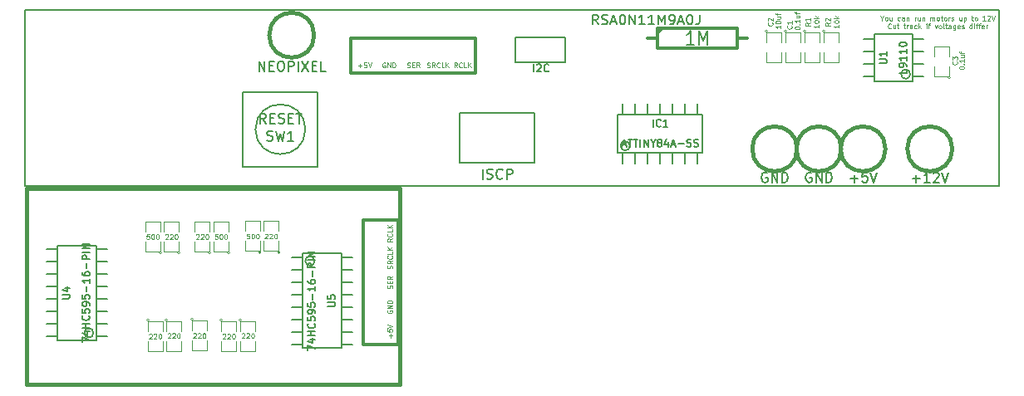
<source format=gto>
G04 (created by PCBNEW (2013-07-07 BZR 4022)-stable) date 26/01/2014 9:48:07 PM*
%MOIN*%
G04 Gerber Fmt 3.4, Leading zero omitted, Abs format*
%FSLAX34Y34*%
G01*
G70*
G90*
G04 APERTURE LIST*
%ADD10C,0.00590551*%
%ADD11C,0.00492126*%
%ADD12C,0.005*%
%ADD13C,0.0039*%
%ADD14C,0.012*%
%ADD15C,0.015*%
%ADD16C,0.006*%
%ADD17C,0.008*%
%ADD18C,0.0059*%
%ADD19C,0.0043*%
%ADD20C,0.00393701*%
G04 APERTURE END LIST*
G54D10*
G54D11*
X39127Y-5104D02*
X39127Y-5197D01*
X39061Y-5000D02*
X39127Y-5104D01*
X39192Y-5000D01*
X39286Y-5197D02*
X39267Y-5188D01*
X39258Y-5179D01*
X39249Y-5160D01*
X39249Y-5104D01*
X39258Y-5085D01*
X39267Y-5075D01*
X39286Y-5066D01*
X39314Y-5066D01*
X39333Y-5075D01*
X39342Y-5085D01*
X39352Y-5104D01*
X39352Y-5160D01*
X39342Y-5179D01*
X39333Y-5188D01*
X39314Y-5197D01*
X39286Y-5197D01*
X39520Y-5066D02*
X39520Y-5197D01*
X39436Y-5066D02*
X39436Y-5169D01*
X39446Y-5188D01*
X39464Y-5197D01*
X39492Y-5197D01*
X39511Y-5188D01*
X39520Y-5179D01*
X39849Y-5188D02*
X39830Y-5197D01*
X39792Y-5197D01*
X39774Y-5188D01*
X39764Y-5179D01*
X39755Y-5160D01*
X39755Y-5104D01*
X39764Y-5085D01*
X39774Y-5075D01*
X39792Y-5066D01*
X39830Y-5066D01*
X39849Y-5075D01*
X40017Y-5197D02*
X40017Y-5094D01*
X40008Y-5075D01*
X39989Y-5066D01*
X39952Y-5066D01*
X39933Y-5075D01*
X40017Y-5188D02*
X39999Y-5197D01*
X39952Y-5197D01*
X39933Y-5188D01*
X39924Y-5169D01*
X39924Y-5150D01*
X39933Y-5132D01*
X39952Y-5122D01*
X39999Y-5122D01*
X40017Y-5113D01*
X40111Y-5066D02*
X40111Y-5197D01*
X40111Y-5085D02*
X40120Y-5075D01*
X40139Y-5066D01*
X40167Y-5066D01*
X40186Y-5075D01*
X40195Y-5094D01*
X40195Y-5197D01*
X40439Y-5197D02*
X40439Y-5066D01*
X40439Y-5104D02*
X40449Y-5085D01*
X40458Y-5075D01*
X40477Y-5066D01*
X40495Y-5066D01*
X40645Y-5066D02*
X40645Y-5197D01*
X40561Y-5066D02*
X40561Y-5169D01*
X40570Y-5188D01*
X40589Y-5197D01*
X40617Y-5197D01*
X40636Y-5188D01*
X40645Y-5179D01*
X40739Y-5066D02*
X40739Y-5197D01*
X40739Y-5085D02*
X40748Y-5075D01*
X40767Y-5066D01*
X40795Y-5066D01*
X40814Y-5075D01*
X40823Y-5094D01*
X40823Y-5197D01*
X41067Y-5197D02*
X41067Y-5066D01*
X41067Y-5085D02*
X41077Y-5075D01*
X41095Y-5066D01*
X41123Y-5066D01*
X41142Y-5075D01*
X41152Y-5094D01*
X41152Y-5197D01*
X41152Y-5094D02*
X41161Y-5075D01*
X41180Y-5066D01*
X41208Y-5066D01*
X41227Y-5075D01*
X41236Y-5094D01*
X41236Y-5197D01*
X41358Y-5197D02*
X41339Y-5188D01*
X41330Y-5179D01*
X41320Y-5160D01*
X41320Y-5104D01*
X41330Y-5085D01*
X41339Y-5075D01*
X41358Y-5066D01*
X41386Y-5066D01*
X41405Y-5075D01*
X41414Y-5085D01*
X41423Y-5104D01*
X41423Y-5160D01*
X41414Y-5179D01*
X41405Y-5188D01*
X41386Y-5197D01*
X41358Y-5197D01*
X41480Y-5066D02*
X41555Y-5066D01*
X41508Y-5000D02*
X41508Y-5169D01*
X41517Y-5188D01*
X41536Y-5197D01*
X41555Y-5197D01*
X41648Y-5197D02*
X41630Y-5188D01*
X41620Y-5179D01*
X41611Y-5160D01*
X41611Y-5104D01*
X41620Y-5085D01*
X41630Y-5075D01*
X41648Y-5066D01*
X41676Y-5066D01*
X41695Y-5075D01*
X41705Y-5085D01*
X41714Y-5104D01*
X41714Y-5160D01*
X41705Y-5179D01*
X41695Y-5188D01*
X41676Y-5197D01*
X41648Y-5197D01*
X41798Y-5197D02*
X41798Y-5066D01*
X41798Y-5104D02*
X41808Y-5085D01*
X41817Y-5075D01*
X41836Y-5066D01*
X41855Y-5066D01*
X41911Y-5188D02*
X41930Y-5197D01*
X41967Y-5197D01*
X41986Y-5188D01*
X41995Y-5169D01*
X41995Y-5160D01*
X41986Y-5141D01*
X41967Y-5132D01*
X41939Y-5132D01*
X41920Y-5122D01*
X41911Y-5104D01*
X41911Y-5094D01*
X41920Y-5075D01*
X41939Y-5066D01*
X41967Y-5066D01*
X41986Y-5075D01*
X42314Y-5066D02*
X42314Y-5197D01*
X42230Y-5066D02*
X42230Y-5169D01*
X42239Y-5188D01*
X42258Y-5197D01*
X42286Y-5197D01*
X42305Y-5188D01*
X42314Y-5179D01*
X42408Y-5066D02*
X42408Y-5263D01*
X42408Y-5075D02*
X42426Y-5066D01*
X42464Y-5066D01*
X42483Y-5075D01*
X42492Y-5085D01*
X42501Y-5104D01*
X42501Y-5160D01*
X42492Y-5179D01*
X42483Y-5188D01*
X42464Y-5197D01*
X42426Y-5197D01*
X42408Y-5188D01*
X42708Y-5066D02*
X42783Y-5066D01*
X42736Y-5000D02*
X42736Y-5169D01*
X42745Y-5188D01*
X42764Y-5197D01*
X42783Y-5197D01*
X42876Y-5197D02*
X42858Y-5188D01*
X42848Y-5179D01*
X42839Y-5160D01*
X42839Y-5104D01*
X42848Y-5085D01*
X42858Y-5075D01*
X42876Y-5066D01*
X42904Y-5066D01*
X42923Y-5075D01*
X42933Y-5085D01*
X42942Y-5104D01*
X42942Y-5160D01*
X42933Y-5179D01*
X42923Y-5188D01*
X42904Y-5197D01*
X42876Y-5197D01*
X43279Y-5197D02*
X43167Y-5197D01*
X43223Y-5197D02*
X43223Y-5000D01*
X43204Y-5029D01*
X43186Y-5047D01*
X43167Y-5057D01*
X43354Y-5019D02*
X43364Y-5010D01*
X43383Y-5000D01*
X43429Y-5000D01*
X43448Y-5010D01*
X43458Y-5019D01*
X43467Y-5038D01*
X43467Y-5057D01*
X43458Y-5085D01*
X43345Y-5197D01*
X43467Y-5197D01*
X43523Y-5000D02*
X43589Y-5197D01*
X43654Y-5000D01*
X39492Y-5503D02*
X39483Y-5513D01*
X39455Y-5522D01*
X39436Y-5522D01*
X39408Y-5513D01*
X39389Y-5494D01*
X39380Y-5475D01*
X39371Y-5438D01*
X39371Y-5410D01*
X39380Y-5372D01*
X39389Y-5353D01*
X39408Y-5335D01*
X39436Y-5325D01*
X39455Y-5325D01*
X39483Y-5335D01*
X39492Y-5344D01*
X39661Y-5391D02*
X39661Y-5522D01*
X39577Y-5391D02*
X39577Y-5494D01*
X39586Y-5513D01*
X39605Y-5522D01*
X39633Y-5522D01*
X39652Y-5513D01*
X39661Y-5503D01*
X39727Y-5391D02*
X39802Y-5391D01*
X39755Y-5325D02*
X39755Y-5494D01*
X39764Y-5513D01*
X39783Y-5522D01*
X39802Y-5522D01*
X39989Y-5391D02*
X40064Y-5391D01*
X40017Y-5325D02*
X40017Y-5494D01*
X40027Y-5513D01*
X40045Y-5522D01*
X40064Y-5522D01*
X40130Y-5522D02*
X40130Y-5391D01*
X40130Y-5428D02*
X40139Y-5410D01*
X40149Y-5400D01*
X40167Y-5391D01*
X40186Y-5391D01*
X40336Y-5522D02*
X40336Y-5419D01*
X40327Y-5400D01*
X40308Y-5391D01*
X40270Y-5391D01*
X40252Y-5400D01*
X40336Y-5513D02*
X40317Y-5522D01*
X40270Y-5522D01*
X40252Y-5513D01*
X40242Y-5494D01*
X40242Y-5475D01*
X40252Y-5456D01*
X40270Y-5447D01*
X40317Y-5447D01*
X40336Y-5438D01*
X40514Y-5513D02*
X40495Y-5522D01*
X40458Y-5522D01*
X40439Y-5513D01*
X40430Y-5503D01*
X40420Y-5485D01*
X40420Y-5428D01*
X40430Y-5410D01*
X40439Y-5400D01*
X40458Y-5391D01*
X40495Y-5391D01*
X40514Y-5400D01*
X40598Y-5522D02*
X40598Y-5325D01*
X40617Y-5447D02*
X40673Y-5522D01*
X40673Y-5391D02*
X40598Y-5466D01*
X40908Y-5522D02*
X40908Y-5391D01*
X40908Y-5325D02*
X40898Y-5335D01*
X40908Y-5344D01*
X40917Y-5335D01*
X40908Y-5325D01*
X40908Y-5344D01*
X40973Y-5391D02*
X41048Y-5391D01*
X41002Y-5522D02*
X41002Y-5353D01*
X41011Y-5335D01*
X41030Y-5325D01*
X41048Y-5325D01*
X41245Y-5391D02*
X41292Y-5522D01*
X41339Y-5391D01*
X41442Y-5522D02*
X41423Y-5513D01*
X41414Y-5503D01*
X41405Y-5485D01*
X41405Y-5428D01*
X41414Y-5410D01*
X41423Y-5400D01*
X41442Y-5391D01*
X41470Y-5391D01*
X41489Y-5400D01*
X41498Y-5410D01*
X41508Y-5428D01*
X41508Y-5485D01*
X41498Y-5503D01*
X41489Y-5513D01*
X41470Y-5522D01*
X41442Y-5522D01*
X41620Y-5522D02*
X41601Y-5513D01*
X41592Y-5494D01*
X41592Y-5325D01*
X41667Y-5391D02*
X41742Y-5391D01*
X41695Y-5325D02*
X41695Y-5494D01*
X41705Y-5513D01*
X41723Y-5522D01*
X41742Y-5522D01*
X41892Y-5522D02*
X41892Y-5419D01*
X41883Y-5400D01*
X41864Y-5391D01*
X41826Y-5391D01*
X41808Y-5400D01*
X41892Y-5513D02*
X41873Y-5522D01*
X41826Y-5522D01*
X41808Y-5513D01*
X41798Y-5494D01*
X41798Y-5475D01*
X41808Y-5456D01*
X41826Y-5447D01*
X41873Y-5447D01*
X41892Y-5438D01*
X42070Y-5391D02*
X42070Y-5550D01*
X42061Y-5569D01*
X42051Y-5578D01*
X42033Y-5588D01*
X42005Y-5588D01*
X41986Y-5578D01*
X42070Y-5513D02*
X42051Y-5522D01*
X42014Y-5522D01*
X41995Y-5513D01*
X41986Y-5503D01*
X41976Y-5485D01*
X41976Y-5428D01*
X41986Y-5410D01*
X41995Y-5400D01*
X42014Y-5391D01*
X42051Y-5391D01*
X42070Y-5400D01*
X42239Y-5513D02*
X42220Y-5522D01*
X42183Y-5522D01*
X42164Y-5513D01*
X42155Y-5494D01*
X42155Y-5419D01*
X42164Y-5400D01*
X42183Y-5391D01*
X42220Y-5391D01*
X42239Y-5400D01*
X42248Y-5419D01*
X42248Y-5438D01*
X42155Y-5456D01*
X42323Y-5513D02*
X42342Y-5522D01*
X42380Y-5522D01*
X42398Y-5513D01*
X42408Y-5494D01*
X42408Y-5485D01*
X42398Y-5466D01*
X42380Y-5456D01*
X42351Y-5456D01*
X42333Y-5447D01*
X42323Y-5428D01*
X42323Y-5419D01*
X42333Y-5400D01*
X42351Y-5391D01*
X42380Y-5391D01*
X42398Y-5400D01*
X42726Y-5522D02*
X42726Y-5325D01*
X42726Y-5513D02*
X42708Y-5522D01*
X42670Y-5522D01*
X42651Y-5513D01*
X42642Y-5503D01*
X42633Y-5485D01*
X42633Y-5428D01*
X42642Y-5410D01*
X42651Y-5400D01*
X42670Y-5391D01*
X42708Y-5391D01*
X42726Y-5400D01*
X42820Y-5522D02*
X42820Y-5391D01*
X42820Y-5325D02*
X42811Y-5335D01*
X42820Y-5344D01*
X42829Y-5335D01*
X42820Y-5325D01*
X42820Y-5344D01*
X42886Y-5391D02*
X42961Y-5391D01*
X42914Y-5522D02*
X42914Y-5353D01*
X42923Y-5335D01*
X42942Y-5325D01*
X42961Y-5325D01*
X42998Y-5391D02*
X43073Y-5391D01*
X43026Y-5522D02*
X43026Y-5353D01*
X43036Y-5335D01*
X43054Y-5325D01*
X43073Y-5325D01*
X43214Y-5513D02*
X43195Y-5522D01*
X43158Y-5522D01*
X43139Y-5513D01*
X43129Y-5494D01*
X43129Y-5419D01*
X43139Y-5400D01*
X43158Y-5391D01*
X43195Y-5391D01*
X43214Y-5400D01*
X43223Y-5419D01*
X43223Y-5438D01*
X43129Y-5456D01*
X43308Y-5522D02*
X43308Y-5391D01*
X43308Y-5428D02*
X43317Y-5410D01*
X43326Y-5400D01*
X43345Y-5391D01*
X43364Y-5391D01*
G54D12*
X38806Y-7642D02*
X40366Y-7642D01*
X40366Y-7642D02*
X40366Y-5742D01*
X40366Y-5742D02*
X38806Y-5742D01*
X38806Y-5742D02*
X38806Y-7642D01*
X38806Y-7442D02*
X38376Y-7442D01*
X38806Y-6942D02*
X38376Y-6942D01*
X38806Y-6442D02*
X38376Y-6442D01*
X38376Y-5942D02*
X38806Y-5942D01*
X40366Y-5942D02*
X40796Y-5942D01*
X40796Y-6442D02*
X40366Y-6442D01*
X40796Y-6942D02*
X40366Y-6942D01*
X40796Y-7442D02*
X40366Y-7442D01*
X40262Y-7352D02*
G75*
G03X40262Y-7352I-186J0D01*
G74*
G01*
G54D13*
X35301Y-5629D02*
G75*
G03X35301Y-5629I-50J0D01*
G74*
G01*
X35251Y-6079D02*
X35251Y-5679D01*
X35251Y-5679D02*
X35851Y-5679D01*
X35851Y-5679D02*
X35851Y-6079D01*
X35851Y-6479D02*
X35851Y-6879D01*
X35851Y-6879D02*
X35251Y-6879D01*
X35251Y-6879D02*
X35251Y-6479D01*
X34533Y-5629D02*
G75*
G03X34533Y-5629I-50J0D01*
G74*
G01*
X34483Y-6079D02*
X34483Y-5679D01*
X34483Y-5679D02*
X35083Y-5679D01*
X35083Y-5679D02*
X35083Y-6079D01*
X35083Y-6479D02*
X35083Y-6879D01*
X35083Y-6879D02*
X34483Y-6879D01*
X34483Y-6879D02*
X34483Y-6479D01*
X36068Y-5629D02*
G75*
G03X36068Y-5629I-50J0D01*
G74*
G01*
X36018Y-6079D02*
X36018Y-5679D01*
X36018Y-5679D02*
X36618Y-5679D01*
X36618Y-5679D02*
X36618Y-6079D01*
X36618Y-6479D02*
X36618Y-6879D01*
X36618Y-6879D02*
X36018Y-6879D01*
X36018Y-6879D02*
X36018Y-6479D01*
X36836Y-5629D02*
G75*
G03X36836Y-5629I-50J0D01*
G74*
G01*
X36786Y-6079D02*
X36786Y-5679D01*
X36786Y-5679D02*
X37386Y-5679D01*
X37386Y-5679D02*
X37386Y-6079D01*
X37386Y-6479D02*
X37386Y-6879D01*
X37386Y-6879D02*
X36786Y-6879D01*
X36786Y-6879D02*
X36786Y-6479D01*
X41865Y-7500D02*
G75*
G03X41865Y-7500I-50J0D01*
G74*
G01*
X41815Y-7050D02*
X41815Y-7450D01*
X41815Y-7450D02*
X41215Y-7450D01*
X41215Y-7450D02*
X41215Y-7050D01*
X41215Y-6650D02*
X41215Y-6250D01*
X41215Y-6250D02*
X41815Y-6250D01*
X41815Y-6250D02*
X41815Y-6650D01*
G54D14*
X29732Y-5905D02*
X30132Y-5905D01*
X30132Y-5905D02*
X30132Y-5505D01*
X30132Y-5505D02*
X33332Y-5505D01*
X33332Y-5505D02*
X33332Y-6305D01*
X33332Y-6305D02*
X30132Y-6305D01*
X30132Y-6305D02*
X30132Y-5905D01*
X30132Y-5705D02*
X30332Y-5505D01*
X33732Y-5905D02*
X33332Y-5905D01*
G54D15*
X16352Y-5787D02*
G75*
G03X16352Y-5787I-900J0D01*
G74*
G01*
X35722Y-10354D02*
G75*
G03X35722Y-10354I-900J0D01*
G74*
G01*
X41943Y-10354D02*
G75*
G03X41943Y-10354I-900J0D01*
G74*
G01*
X37494Y-10354D02*
G75*
G03X37494Y-10354I-900J0D01*
G74*
G01*
X39266Y-10354D02*
G75*
G03X39266Y-10354I-900J0D01*
G74*
G01*
G54D12*
X16000Y-9566D02*
G75*
G03X16000Y-9566I-1000J0D01*
G74*
G01*
X16500Y-11066D02*
X13500Y-11066D01*
X13500Y-11066D02*
X13500Y-8066D01*
X13500Y-8066D02*
X16500Y-8066D01*
X16500Y-11066D02*
X16500Y-8066D01*
X17453Y-15706D02*
X17883Y-15706D01*
X17453Y-16206D02*
X17883Y-16206D01*
X17453Y-16706D02*
X17883Y-16706D01*
X17453Y-15206D02*
X17883Y-15206D01*
X17883Y-14706D02*
X17453Y-14706D01*
X17883Y-17206D02*
X17453Y-17206D01*
X17883Y-17706D02*
X17453Y-17706D01*
X17883Y-18206D02*
X17453Y-18206D01*
X15893Y-18206D02*
X15463Y-18206D01*
X15893Y-17706D02*
X15463Y-17706D01*
X15893Y-17206D02*
X15463Y-17206D01*
X15893Y-14706D02*
X15463Y-14706D01*
X15463Y-15206D02*
X15893Y-15206D01*
X15463Y-16706D02*
X15893Y-16706D01*
X15463Y-16206D02*
X15893Y-16206D01*
X15463Y-15706D02*
X15893Y-15706D01*
X16369Y-14856D02*
G75*
G03X16369Y-14856I-186J0D01*
G74*
G01*
X17453Y-14556D02*
X15893Y-14556D01*
X15893Y-14556D02*
X15893Y-18356D01*
X15893Y-18356D02*
X17453Y-18356D01*
X17453Y-18356D02*
X17453Y-14556D01*
X6050Y-16891D02*
X5620Y-16891D01*
X6050Y-16391D02*
X5620Y-16391D01*
X6050Y-15891D02*
X5620Y-15891D01*
X6050Y-17391D02*
X5620Y-17391D01*
X5620Y-17891D02*
X6050Y-17891D01*
X5620Y-15391D02*
X6050Y-15391D01*
X5620Y-14891D02*
X6050Y-14891D01*
X5620Y-14391D02*
X6050Y-14391D01*
X7610Y-14391D02*
X8040Y-14391D01*
X7610Y-14891D02*
X8040Y-14891D01*
X7610Y-15391D02*
X8040Y-15391D01*
X7610Y-17891D02*
X8040Y-17891D01*
X8040Y-17391D02*
X7610Y-17391D01*
X8040Y-15891D02*
X7610Y-15891D01*
X8040Y-16391D02*
X7610Y-16391D01*
X8040Y-16891D02*
X7610Y-16891D01*
X7506Y-17741D02*
G75*
G03X7506Y-17741I-186J0D01*
G74*
G01*
X6050Y-18041D02*
X7610Y-18041D01*
X7610Y-18041D02*
X7610Y-14241D01*
X7610Y-14241D02*
X6050Y-14241D01*
X6050Y-14241D02*
X6050Y-18041D01*
X28536Y-8964D02*
X28536Y-10524D01*
X28536Y-10524D02*
X31936Y-10524D01*
X31936Y-10524D02*
X31936Y-8964D01*
X31936Y-8964D02*
X28536Y-8964D01*
X29236Y-8964D02*
X29236Y-8534D01*
X29736Y-8964D02*
X29736Y-8534D01*
X30236Y-8964D02*
X30236Y-8534D01*
X28736Y-8964D02*
X28736Y-8534D01*
X30736Y-8534D02*
X30736Y-8964D01*
X31236Y-8534D02*
X31236Y-8964D01*
X31736Y-8534D02*
X31736Y-8964D01*
X31736Y-10524D02*
X31736Y-10954D01*
X31236Y-10524D02*
X31236Y-10954D01*
X28736Y-10524D02*
X28736Y-10954D01*
X29236Y-10954D02*
X29236Y-10524D01*
X30736Y-10954D02*
X30736Y-10524D01*
X30236Y-10954D02*
X30236Y-10524D01*
X29736Y-10954D02*
X29736Y-10524D01*
X29012Y-10234D02*
G75*
G03X29012Y-10234I-186J0D01*
G74*
G01*
G54D13*
X10979Y-14527D02*
G75*
G03X10979Y-14527I-50J0D01*
G74*
G01*
X10929Y-14077D02*
X10929Y-14477D01*
X10929Y-14477D02*
X10329Y-14477D01*
X10329Y-14477D02*
X10329Y-14077D01*
X10329Y-13677D02*
X10329Y-13277D01*
X10329Y-13277D02*
X10929Y-13277D01*
X10929Y-13277D02*
X10929Y-13677D01*
X10231Y-14527D02*
G75*
G03X10231Y-14527I-50J0D01*
G74*
G01*
X10181Y-14077D02*
X10181Y-14477D01*
X10181Y-14477D02*
X9581Y-14477D01*
X9581Y-14477D02*
X9581Y-14077D01*
X9581Y-13677D02*
X9581Y-13277D01*
X9581Y-13277D02*
X10181Y-13277D01*
X10181Y-13277D02*
X10181Y-13677D01*
X12968Y-14527D02*
G75*
G03X12968Y-14527I-50J0D01*
G74*
G01*
X12918Y-14077D02*
X12918Y-14477D01*
X12918Y-14477D02*
X12318Y-14477D01*
X12318Y-14477D02*
X12318Y-14077D01*
X12318Y-13677D02*
X12318Y-13277D01*
X12318Y-13277D02*
X12918Y-13277D01*
X12918Y-13277D02*
X12918Y-13677D01*
X14227Y-14508D02*
G75*
G03X14227Y-14508I-50J0D01*
G74*
G01*
X14177Y-14058D02*
X14177Y-14458D01*
X14177Y-14458D02*
X13577Y-14458D01*
X13577Y-14458D02*
X13577Y-14058D01*
X13577Y-13658D02*
X13577Y-13258D01*
X13577Y-13258D02*
X14177Y-13258D01*
X14177Y-13258D02*
X14177Y-13658D01*
X14975Y-14508D02*
G75*
G03X14975Y-14508I-50J0D01*
G74*
G01*
X14925Y-14058D02*
X14925Y-14458D01*
X14925Y-14458D02*
X14325Y-14458D01*
X14325Y-14458D02*
X14325Y-14058D01*
X14325Y-13658D02*
X14325Y-13258D01*
X14325Y-13258D02*
X14925Y-13258D01*
X14925Y-13258D02*
X14925Y-13658D01*
X12683Y-17224D02*
G75*
G03X12683Y-17224I-50J0D01*
G74*
G01*
X12633Y-17674D02*
X12633Y-17274D01*
X12633Y-17274D02*
X13233Y-17274D01*
X13233Y-17274D02*
X13233Y-17674D01*
X13233Y-18074D02*
X13233Y-18474D01*
X13233Y-18474D02*
X12633Y-18474D01*
X12633Y-18474D02*
X12633Y-18074D01*
X10478Y-17224D02*
G75*
G03X10478Y-17224I-50J0D01*
G74*
G01*
X10428Y-17674D02*
X10428Y-17274D01*
X10428Y-17274D02*
X11028Y-17274D01*
X11028Y-17274D02*
X11028Y-17674D01*
X11028Y-18074D02*
X11028Y-18474D01*
X11028Y-18474D02*
X10428Y-18474D01*
X10428Y-18474D02*
X10428Y-18074D01*
X9730Y-17224D02*
G75*
G03X9730Y-17224I-50J0D01*
G74*
G01*
X9680Y-17674D02*
X9680Y-17274D01*
X9680Y-17274D02*
X10280Y-17274D01*
X10280Y-17274D02*
X10280Y-17674D01*
X10280Y-18074D02*
X10280Y-18474D01*
X10280Y-18474D02*
X9680Y-18474D01*
X9680Y-18474D02*
X9680Y-18074D01*
X12220Y-14527D02*
G75*
G03X12220Y-14527I-50J0D01*
G74*
G01*
X12170Y-14077D02*
X12170Y-14477D01*
X12170Y-14477D02*
X11570Y-14477D01*
X11570Y-14477D02*
X11570Y-14077D01*
X11570Y-13677D02*
X11570Y-13277D01*
X11570Y-13277D02*
X12170Y-13277D01*
X12170Y-13277D02*
X12170Y-13677D01*
X13431Y-17224D02*
G75*
G03X13431Y-17224I-50J0D01*
G74*
G01*
X13381Y-17674D02*
X13381Y-17274D01*
X13381Y-17274D02*
X13981Y-17274D01*
X13981Y-17274D02*
X13981Y-17674D01*
X13981Y-18074D02*
X13981Y-18474D01*
X13981Y-18474D02*
X13381Y-18474D01*
X13381Y-18474D02*
X13381Y-18074D01*
X11501Y-17204D02*
G75*
G03X11501Y-17204I-50J0D01*
G74*
G01*
X11451Y-17654D02*
X11451Y-17254D01*
X11451Y-17254D02*
X12051Y-17254D01*
X12051Y-17254D02*
X12051Y-17654D01*
X12051Y-18054D02*
X12051Y-18454D01*
X12051Y-18454D02*
X11451Y-18454D01*
X11451Y-18454D02*
X11451Y-18054D01*
G54D16*
X24413Y-6877D02*
X24413Y-5877D01*
X24413Y-5877D02*
X26413Y-5877D01*
X26413Y-5877D02*
X26413Y-6877D01*
X26413Y-6877D02*
X24413Y-6877D01*
G54D17*
X25200Y-10901D02*
X22200Y-10901D01*
X22200Y-8901D02*
X25200Y-8901D01*
X25200Y-8901D02*
X25200Y-10901D01*
X22200Y-10901D02*
X22200Y-8901D01*
G54D14*
X18318Y-18208D02*
X19712Y-18208D01*
X19712Y-13208D02*
X18318Y-13208D01*
X18318Y-18208D02*
X18318Y-13208D01*
X19712Y-13208D02*
X19712Y-18208D01*
X17834Y-5917D02*
X17834Y-7311D01*
X22834Y-7311D02*
X22834Y-5917D01*
X17834Y-5917D02*
X22834Y-5917D01*
X22834Y-7311D02*
X17834Y-7311D01*
G54D15*
X4826Y-11948D02*
X19787Y-11948D01*
X19787Y-19822D02*
X4826Y-19822D01*
X4826Y-19822D02*
X4826Y-11948D01*
X19787Y-11948D02*
X19787Y-19822D01*
G54D10*
X4763Y-4763D02*
X4763Y-11850D01*
X4763Y-4763D02*
X43818Y-4763D01*
X4763Y-11850D02*
X43818Y-11850D01*
X43818Y-4763D02*
X43818Y-11850D01*
G54D18*
X39011Y-6917D02*
X39249Y-6917D01*
X39277Y-6903D01*
X39291Y-6889D01*
X39306Y-6861D01*
X39306Y-6805D01*
X39291Y-6777D01*
X39277Y-6763D01*
X39249Y-6749D01*
X39011Y-6749D01*
X39306Y-6454D02*
X39306Y-6622D01*
X39306Y-6538D02*
X39011Y-6538D01*
X39053Y-6566D01*
X39081Y-6594D01*
X39095Y-6622D01*
X40106Y-7163D02*
X40106Y-7303D01*
X39811Y-7303D01*
X40106Y-7051D02*
X40106Y-6994D01*
X40091Y-6966D01*
X40077Y-6952D01*
X40035Y-6924D01*
X39979Y-6910D01*
X39867Y-6910D01*
X39839Y-6924D01*
X39825Y-6938D01*
X39811Y-6966D01*
X39811Y-7023D01*
X39825Y-7051D01*
X39839Y-7065D01*
X39867Y-7079D01*
X39937Y-7079D01*
X39965Y-7065D01*
X39979Y-7051D01*
X39993Y-7023D01*
X39993Y-6966D01*
X39979Y-6938D01*
X39965Y-6924D01*
X39937Y-6910D01*
X40106Y-6629D02*
X40106Y-6798D01*
X40106Y-6713D02*
X39811Y-6713D01*
X39853Y-6742D01*
X39881Y-6770D01*
X39895Y-6798D01*
X40106Y-6348D02*
X40106Y-6517D01*
X40106Y-6433D02*
X39811Y-6433D01*
X39853Y-6461D01*
X39881Y-6489D01*
X39895Y-6517D01*
X39811Y-6166D02*
X39811Y-6138D01*
X39825Y-6109D01*
X39839Y-6095D01*
X39867Y-6081D01*
X39923Y-6067D01*
X39993Y-6067D01*
X40049Y-6081D01*
X40077Y-6095D01*
X40091Y-6109D01*
X40106Y-6138D01*
X40106Y-6166D01*
X40091Y-6194D01*
X40077Y-6208D01*
X40049Y-6222D01*
X39993Y-6236D01*
X39923Y-6236D01*
X39867Y-6222D01*
X39839Y-6208D01*
X39825Y-6194D01*
X39811Y-6166D01*
G54D19*
X35494Y-5406D02*
X35503Y-5416D01*
X35512Y-5444D01*
X35512Y-5463D01*
X35503Y-5491D01*
X35484Y-5510D01*
X35465Y-5519D01*
X35428Y-5528D01*
X35400Y-5528D01*
X35362Y-5519D01*
X35343Y-5510D01*
X35325Y-5491D01*
X35315Y-5463D01*
X35315Y-5444D01*
X35325Y-5416D01*
X35334Y-5406D01*
X35512Y-5219D02*
X35512Y-5331D01*
X35512Y-5275D02*
X35315Y-5275D01*
X35343Y-5294D01*
X35362Y-5313D01*
X35372Y-5331D01*
X35630Y-5512D02*
X35630Y-5493D01*
X35640Y-5474D01*
X35649Y-5465D01*
X35668Y-5455D01*
X35705Y-5446D01*
X35752Y-5446D01*
X35790Y-5455D01*
X35809Y-5465D01*
X35818Y-5474D01*
X35827Y-5493D01*
X35827Y-5512D01*
X35818Y-5530D01*
X35809Y-5540D01*
X35790Y-5549D01*
X35752Y-5558D01*
X35705Y-5558D01*
X35668Y-5549D01*
X35649Y-5540D01*
X35640Y-5530D01*
X35630Y-5512D01*
X35809Y-5361D02*
X35818Y-5352D01*
X35827Y-5361D01*
X35818Y-5371D01*
X35809Y-5361D01*
X35827Y-5361D01*
X35827Y-5164D02*
X35827Y-5277D01*
X35827Y-5221D02*
X35630Y-5221D01*
X35658Y-5239D01*
X35677Y-5258D01*
X35687Y-5277D01*
X35696Y-4996D02*
X35827Y-4996D01*
X35696Y-5080D02*
X35799Y-5080D01*
X35818Y-5071D01*
X35827Y-5052D01*
X35827Y-5024D01*
X35818Y-5005D01*
X35809Y-4996D01*
X35696Y-4930D02*
X35696Y-4855D01*
X35827Y-4902D02*
X35658Y-4902D01*
X35640Y-4892D01*
X35630Y-4874D01*
X35630Y-4855D01*
X34726Y-5288D02*
X34735Y-5298D01*
X34745Y-5326D01*
X34745Y-5345D01*
X34735Y-5373D01*
X34716Y-5391D01*
X34698Y-5401D01*
X34660Y-5410D01*
X34632Y-5410D01*
X34594Y-5401D01*
X34576Y-5391D01*
X34557Y-5373D01*
X34548Y-5345D01*
X34548Y-5326D01*
X34557Y-5298D01*
X34566Y-5288D01*
X34566Y-5213D02*
X34557Y-5204D01*
X34548Y-5185D01*
X34548Y-5138D01*
X34557Y-5119D01*
X34566Y-5110D01*
X34585Y-5101D01*
X34604Y-5101D01*
X34632Y-5110D01*
X34745Y-5223D01*
X34745Y-5101D01*
X35060Y-5399D02*
X35060Y-5512D01*
X35060Y-5455D02*
X34863Y-5455D01*
X34891Y-5474D01*
X34909Y-5493D01*
X34919Y-5512D01*
X34863Y-5277D02*
X34863Y-5258D01*
X34872Y-5239D01*
X34881Y-5230D01*
X34900Y-5221D01*
X34938Y-5211D01*
X34985Y-5211D01*
X35022Y-5221D01*
X35041Y-5230D01*
X35050Y-5239D01*
X35060Y-5258D01*
X35060Y-5277D01*
X35050Y-5296D01*
X35041Y-5305D01*
X35022Y-5315D01*
X34985Y-5324D01*
X34938Y-5324D01*
X34900Y-5315D01*
X34881Y-5305D01*
X34872Y-5296D01*
X34863Y-5277D01*
X34928Y-5042D02*
X35060Y-5042D01*
X34928Y-5127D02*
X35031Y-5127D01*
X35050Y-5118D01*
X35060Y-5099D01*
X35060Y-5071D01*
X35050Y-5052D01*
X35041Y-5042D01*
X34928Y-4977D02*
X34928Y-4902D01*
X35060Y-4949D02*
X34891Y-4949D01*
X34872Y-4939D01*
X34863Y-4921D01*
X34863Y-4902D01*
X36241Y-5288D02*
X36147Y-5354D01*
X36241Y-5401D02*
X36044Y-5401D01*
X36044Y-5326D01*
X36053Y-5307D01*
X36062Y-5298D01*
X36081Y-5288D01*
X36109Y-5288D01*
X36128Y-5298D01*
X36137Y-5307D01*
X36147Y-5326D01*
X36147Y-5401D01*
X36241Y-5101D02*
X36241Y-5213D01*
X36241Y-5157D02*
X36044Y-5157D01*
X36072Y-5176D01*
X36091Y-5194D01*
X36100Y-5213D01*
X36595Y-5373D02*
X36595Y-5485D01*
X36595Y-5429D02*
X36398Y-5429D01*
X36426Y-5448D01*
X36445Y-5466D01*
X36454Y-5485D01*
X36398Y-5251D02*
X36398Y-5232D01*
X36407Y-5213D01*
X36417Y-5204D01*
X36436Y-5194D01*
X36473Y-5185D01*
X36520Y-5185D01*
X36557Y-5194D01*
X36576Y-5204D01*
X36586Y-5213D01*
X36595Y-5232D01*
X36595Y-5251D01*
X36586Y-5269D01*
X36576Y-5279D01*
X36557Y-5288D01*
X36520Y-5298D01*
X36473Y-5298D01*
X36436Y-5288D01*
X36417Y-5279D01*
X36407Y-5269D01*
X36398Y-5251D01*
X36595Y-5101D02*
X36398Y-5101D01*
X36520Y-5082D02*
X36595Y-5026D01*
X36464Y-5026D02*
X36539Y-5101D01*
X37048Y-5288D02*
X36954Y-5354D01*
X37048Y-5401D02*
X36851Y-5401D01*
X36851Y-5326D01*
X36860Y-5307D01*
X36870Y-5298D01*
X36888Y-5288D01*
X36916Y-5288D01*
X36935Y-5298D01*
X36945Y-5307D01*
X36954Y-5326D01*
X36954Y-5401D01*
X36870Y-5213D02*
X36860Y-5204D01*
X36851Y-5185D01*
X36851Y-5138D01*
X36860Y-5119D01*
X36870Y-5110D01*
X36888Y-5101D01*
X36907Y-5101D01*
X36935Y-5110D01*
X37048Y-5223D01*
X37048Y-5101D01*
X37402Y-5373D02*
X37402Y-5485D01*
X37402Y-5429D02*
X37205Y-5429D01*
X37233Y-5448D01*
X37252Y-5466D01*
X37261Y-5485D01*
X37205Y-5251D02*
X37205Y-5232D01*
X37214Y-5213D01*
X37224Y-5204D01*
X37243Y-5194D01*
X37280Y-5185D01*
X37327Y-5185D01*
X37365Y-5194D01*
X37383Y-5204D01*
X37393Y-5213D01*
X37402Y-5232D01*
X37402Y-5251D01*
X37393Y-5269D01*
X37383Y-5279D01*
X37365Y-5288D01*
X37327Y-5298D01*
X37280Y-5298D01*
X37243Y-5288D01*
X37224Y-5279D01*
X37214Y-5269D01*
X37205Y-5251D01*
X37402Y-5101D02*
X37205Y-5101D01*
X37327Y-5082D02*
X37402Y-5026D01*
X37271Y-5026D02*
X37346Y-5101D01*
X42127Y-6843D02*
X42137Y-6853D01*
X42146Y-6881D01*
X42146Y-6900D01*
X42137Y-6928D01*
X42118Y-6947D01*
X42099Y-6956D01*
X42062Y-6965D01*
X42034Y-6965D01*
X41996Y-6956D01*
X41977Y-6947D01*
X41959Y-6928D01*
X41949Y-6900D01*
X41949Y-6881D01*
X41959Y-6853D01*
X41968Y-6843D01*
X41949Y-6778D02*
X41949Y-6656D01*
X42024Y-6721D01*
X42024Y-6693D01*
X42034Y-6674D01*
X42043Y-6665D01*
X42062Y-6656D01*
X42109Y-6656D01*
X42127Y-6665D01*
X42137Y-6674D01*
X42146Y-6693D01*
X42146Y-6750D01*
X42137Y-6768D01*
X42127Y-6778D01*
X42225Y-7106D02*
X42225Y-7087D01*
X42234Y-7068D01*
X42244Y-7059D01*
X42262Y-7050D01*
X42300Y-7040D01*
X42347Y-7040D01*
X42384Y-7050D01*
X42403Y-7059D01*
X42412Y-7068D01*
X42422Y-7087D01*
X42422Y-7106D01*
X42412Y-7125D01*
X42403Y-7134D01*
X42384Y-7144D01*
X42347Y-7153D01*
X42300Y-7153D01*
X42262Y-7144D01*
X42244Y-7134D01*
X42234Y-7125D01*
X42225Y-7106D01*
X42403Y-6956D02*
X42412Y-6947D01*
X42422Y-6956D01*
X42412Y-6965D01*
X42403Y-6956D01*
X42422Y-6956D01*
X42422Y-6759D02*
X42422Y-6872D01*
X42422Y-6815D02*
X42225Y-6815D01*
X42253Y-6834D01*
X42272Y-6853D01*
X42281Y-6872D01*
X42290Y-6590D02*
X42422Y-6590D01*
X42290Y-6675D02*
X42394Y-6675D01*
X42412Y-6665D01*
X42422Y-6646D01*
X42422Y-6618D01*
X42412Y-6599D01*
X42403Y-6590D01*
X42290Y-6524D02*
X42290Y-6449D01*
X42422Y-6496D02*
X42253Y-6496D01*
X42234Y-6487D01*
X42225Y-6468D01*
X42225Y-6449D01*
G54D17*
X31589Y-6167D02*
X31303Y-6167D01*
X31446Y-6167D02*
X31446Y-5617D01*
X31398Y-5696D01*
X31351Y-5748D01*
X31303Y-5774D01*
X31803Y-6167D02*
X31803Y-5617D01*
X31970Y-6010D01*
X32137Y-5617D01*
X32137Y-6167D01*
G54D10*
X14140Y-7228D02*
X14140Y-6828D01*
X14365Y-7228D01*
X14365Y-6828D01*
X14552Y-7019D02*
X14684Y-7019D01*
X14740Y-7228D02*
X14552Y-7228D01*
X14552Y-6828D01*
X14740Y-6828D01*
X14984Y-6828D02*
X15059Y-6828D01*
X15096Y-6847D01*
X15134Y-6885D01*
X15152Y-6962D01*
X15152Y-7095D01*
X15134Y-7171D01*
X15096Y-7209D01*
X15059Y-7228D01*
X14984Y-7228D01*
X14946Y-7209D01*
X14909Y-7171D01*
X14890Y-7095D01*
X14890Y-6962D01*
X14909Y-6885D01*
X14946Y-6847D01*
X14984Y-6828D01*
X15321Y-7228D02*
X15321Y-6828D01*
X15471Y-6828D01*
X15508Y-6847D01*
X15527Y-6866D01*
X15546Y-6905D01*
X15546Y-6962D01*
X15527Y-7000D01*
X15508Y-7019D01*
X15471Y-7038D01*
X15321Y-7038D01*
X15715Y-7228D02*
X15715Y-6828D01*
X15865Y-6828D02*
X16127Y-7228D01*
X16127Y-6828D02*
X15865Y-7228D01*
X16277Y-7019D02*
X16408Y-7019D01*
X16465Y-7228D02*
X16277Y-7228D01*
X16277Y-6828D01*
X16465Y-6828D01*
X16821Y-7228D02*
X16633Y-7228D01*
X16633Y-6828D01*
X34522Y-11319D02*
X34485Y-11301D01*
X34429Y-11301D01*
X34372Y-11319D01*
X34335Y-11357D01*
X34316Y-11394D01*
X34297Y-11469D01*
X34297Y-11526D01*
X34316Y-11601D01*
X34335Y-11638D01*
X34372Y-11676D01*
X34429Y-11694D01*
X34466Y-11694D01*
X34522Y-11676D01*
X34541Y-11657D01*
X34541Y-11526D01*
X34466Y-11526D01*
X34710Y-11694D02*
X34710Y-11301D01*
X34935Y-11694D01*
X34935Y-11301D01*
X35122Y-11694D02*
X35122Y-11301D01*
X35216Y-11301D01*
X35272Y-11319D01*
X35310Y-11357D01*
X35329Y-11394D01*
X35347Y-11469D01*
X35347Y-11526D01*
X35329Y-11601D01*
X35310Y-11638D01*
X35272Y-11676D01*
X35216Y-11694D01*
X35122Y-11694D01*
X40349Y-11544D02*
X40649Y-11544D01*
X40499Y-11694D02*
X40499Y-11394D01*
X41043Y-11694D02*
X40818Y-11694D01*
X40930Y-11694D02*
X40930Y-11301D01*
X40893Y-11357D01*
X40855Y-11394D01*
X40818Y-11413D01*
X41193Y-11338D02*
X41212Y-11319D01*
X41249Y-11301D01*
X41343Y-11301D01*
X41380Y-11319D01*
X41399Y-11338D01*
X41418Y-11376D01*
X41418Y-11413D01*
X41399Y-11469D01*
X41174Y-11694D01*
X41418Y-11694D01*
X41530Y-11301D02*
X41661Y-11694D01*
X41793Y-11301D01*
X36294Y-11319D02*
X36257Y-11301D01*
X36200Y-11301D01*
X36144Y-11319D01*
X36107Y-11357D01*
X36088Y-11394D01*
X36069Y-11469D01*
X36069Y-11526D01*
X36088Y-11601D01*
X36107Y-11638D01*
X36144Y-11676D01*
X36200Y-11694D01*
X36238Y-11694D01*
X36294Y-11676D01*
X36313Y-11657D01*
X36313Y-11526D01*
X36238Y-11526D01*
X36482Y-11694D02*
X36482Y-11301D01*
X36706Y-11694D01*
X36706Y-11301D01*
X36894Y-11694D02*
X36894Y-11301D01*
X36988Y-11301D01*
X37044Y-11319D01*
X37081Y-11357D01*
X37100Y-11394D01*
X37119Y-11469D01*
X37119Y-11526D01*
X37100Y-11601D01*
X37081Y-11638D01*
X37044Y-11676D01*
X36988Y-11694D01*
X36894Y-11694D01*
X37859Y-11544D02*
X38159Y-11544D01*
X38009Y-11694D02*
X38009Y-11394D01*
X38534Y-11301D02*
X38347Y-11301D01*
X38328Y-11488D01*
X38347Y-11469D01*
X38384Y-11451D01*
X38478Y-11451D01*
X38516Y-11469D01*
X38534Y-11488D01*
X38553Y-11526D01*
X38553Y-11619D01*
X38534Y-11657D01*
X38516Y-11676D01*
X38478Y-11694D01*
X38384Y-11694D01*
X38347Y-11676D01*
X38328Y-11657D01*
X38666Y-11301D02*
X38797Y-11694D01*
X38928Y-11301D01*
G54D17*
X14466Y-10009D02*
X14523Y-10028D01*
X14619Y-10028D01*
X14657Y-10009D01*
X14676Y-9990D01*
X14695Y-9952D01*
X14695Y-9914D01*
X14676Y-9876D01*
X14657Y-9857D01*
X14619Y-9838D01*
X14542Y-9819D01*
X14504Y-9800D01*
X14485Y-9781D01*
X14466Y-9743D01*
X14466Y-9705D01*
X14485Y-9666D01*
X14504Y-9647D01*
X14542Y-9628D01*
X14638Y-9628D01*
X14695Y-9647D01*
X14828Y-9628D02*
X14923Y-10028D01*
X15000Y-9743D01*
X15076Y-10028D01*
X15171Y-9628D01*
X15533Y-10028D02*
X15304Y-10028D01*
X15419Y-10028D02*
X15419Y-9628D01*
X15380Y-9685D01*
X15342Y-9724D01*
X15304Y-9743D01*
X14419Y-9328D02*
X14285Y-9138D01*
X14190Y-9328D02*
X14190Y-8928D01*
X14342Y-8928D01*
X14380Y-8947D01*
X14400Y-8966D01*
X14419Y-9005D01*
X14419Y-9062D01*
X14400Y-9100D01*
X14380Y-9119D01*
X14342Y-9138D01*
X14190Y-9138D01*
X14590Y-9119D02*
X14723Y-9119D01*
X14780Y-9328D02*
X14590Y-9328D01*
X14590Y-8928D01*
X14780Y-8928D01*
X14933Y-9309D02*
X14990Y-9328D01*
X15085Y-9328D01*
X15123Y-9309D01*
X15142Y-9290D01*
X15161Y-9252D01*
X15161Y-9214D01*
X15142Y-9176D01*
X15123Y-9157D01*
X15085Y-9138D01*
X15009Y-9119D01*
X14971Y-9100D01*
X14952Y-9081D01*
X14933Y-9043D01*
X14933Y-9005D01*
X14952Y-8966D01*
X14971Y-8947D01*
X15009Y-8928D01*
X15104Y-8928D01*
X15161Y-8947D01*
X15333Y-9119D02*
X15466Y-9119D01*
X15523Y-9328D02*
X15333Y-9328D01*
X15333Y-8928D01*
X15523Y-8928D01*
X15638Y-8928D02*
X15866Y-8928D01*
X15752Y-9328D02*
X15752Y-8928D01*
G54D18*
X16897Y-16681D02*
X17136Y-16681D01*
X17164Y-16667D01*
X17178Y-16653D01*
X17192Y-16625D01*
X17192Y-16569D01*
X17178Y-16540D01*
X17164Y-16526D01*
X17136Y-16512D01*
X16897Y-16512D01*
X16897Y-16231D02*
X16897Y-16372D01*
X17038Y-16386D01*
X17024Y-16372D01*
X17010Y-16344D01*
X17010Y-16274D01*
X17024Y-16245D01*
X17038Y-16231D01*
X17066Y-16217D01*
X17136Y-16217D01*
X17164Y-16231D01*
X17178Y-16245D01*
X17192Y-16274D01*
X17192Y-16344D01*
X17178Y-16372D01*
X17164Y-16386D01*
X16097Y-18437D02*
X16097Y-18240D01*
X16392Y-18367D01*
X16195Y-18001D02*
X16392Y-18001D01*
X16083Y-18072D02*
X16294Y-18142D01*
X16294Y-17959D01*
X16392Y-17847D02*
X16097Y-17847D01*
X16238Y-17847D02*
X16238Y-17678D01*
X16392Y-17678D02*
X16097Y-17678D01*
X16364Y-17369D02*
X16378Y-17383D01*
X16392Y-17425D01*
X16392Y-17454D01*
X16378Y-17496D01*
X16350Y-17524D01*
X16322Y-17538D01*
X16266Y-17552D01*
X16224Y-17552D01*
X16167Y-17538D01*
X16139Y-17524D01*
X16111Y-17496D01*
X16097Y-17454D01*
X16097Y-17425D01*
X16111Y-17383D01*
X16125Y-17369D01*
X16097Y-17102D02*
X16097Y-17243D01*
X16238Y-17257D01*
X16224Y-17243D01*
X16210Y-17215D01*
X16210Y-17145D01*
X16224Y-17116D01*
X16238Y-17102D01*
X16266Y-17088D01*
X16336Y-17088D01*
X16364Y-17102D01*
X16378Y-17116D01*
X16392Y-17145D01*
X16392Y-17215D01*
X16378Y-17243D01*
X16364Y-17257D01*
X16392Y-16948D02*
X16392Y-16892D01*
X16378Y-16864D01*
X16364Y-16850D01*
X16322Y-16821D01*
X16266Y-16807D01*
X16153Y-16807D01*
X16125Y-16821D01*
X16111Y-16835D01*
X16097Y-16864D01*
X16097Y-16920D01*
X16111Y-16948D01*
X16125Y-16962D01*
X16153Y-16976D01*
X16224Y-16976D01*
X16252Y-16962D01*
X16266Y-16948D01*
X16280Y-16920D01*
X16280Y-16864D01*
X16266Y-16835D01*
X16252Y-16821D01*
X16224Y-16807D01*
X16097Y-16540D02*
X16097Y-16681D01*
X16238Y-16695D01*
X16224Y-16681D01*
X16210Y-16653D01*
X16210Y-16583D01*
X16224Y-16555D01*
X16238Y-16540D01*
X16266Y-16526D01*
X16336Y-16526D01*
X16364Y-16540D01*
X16378Y-16555D01*
X16392Y-16583D01*
X16392Y-16653D01*
X16378Y-16681D01*
X16364Y-16695D01*
X16280Y-16400D02*
X16280Y-16175D01*
X16392Y-15880D02*
X16392Y-16049D01*
X16392Y-15965D02*
X16097Y-15965D01*
X16139Y-15993D01*
X16167Y-16021D01*
X16181Y-16049D01*
X16097Y-15627D02*
X16097Y-15684D01*
X16111Y-15712D01*
X16125Y-15726D01*
X16167Y-15754D01*
X16224Y-15768D01*
X16336Y-15768D01*
X16364Y-15754D01*
X16378Y-15740D01*
X16392Y-15712D01*
X16392Y-15655D01*
X16378Y-15627D01*
X16364Y-15613D01*
X16336Y-15599D01*
X16266Y-15599D01*
X16238Y-15613D01*
X16224Y-15627D01*
X16210Y-15655D01*
X16210Y-15712D01*
X16224Y-15740D01*
X16238Y-15754D01*
X16266Y-15768D01*
X16280Y-15473D02*
X16280Y-15248D01*
X16392Y-15108D02*
X16097Y-15108D01*
X16097Y-14995D01*
X16111Y-14967D01*
X16125Y-14953D01*
X16153Y-14939D01*
X16195Y-14939D01*
X16224Y-14953D01*
X16238Y-14967D01*
X16252Y-14995D01*
X16252Y-15108D01*
X16392Y-14813D02*
X16097Y-14813D01*
X16392Y-14672D02*
X16097Y-14672D01*
X16392Y-14504D01*
X16097Y-14504D01*
X6255Y-16366D02*
X6493Y-16366D01*
X6522Y-16352D01*
X6536Y-16338D01*
X6550Y-16310D01*
X6550Y-16254D01*
X6536Y-16226D01*
X6522Y-16211D01*
X6493Y-16197D01*
X6255Y-16197D01*
X6353Y-15931D02*
X6550Y-15931D01*
X6241Y-16001D02*
X6451Y-16071D01*
X6451Y-15888D01*
X7055Y-18122D02*
X7055Y-17925D01*
X7350Y-18052D01*
X7153Y-17686D02*
X7350Y-17686D01*
X7041Y-17757D02*
X7251Y-17827D01*
X7251Y-17644D01*
X7350Y-17532D02*
X7055Y-17532D01*
X7195Y-17532D02*
X7195Y-17363D01*
X7350Y-17363D02*
X7055Y-17363D01*
X7322Y-17054D02*
X7336Y-17068D01*
X7350Y-17111D01*
X7350Y-17139D01*
X7336Y-17181D01*
X7307Y-17209D01*
X7279Y-17223D01*
X7223Y-17237D01*
X7181Y-17237D01*
X7125Y-17223D01*
X7097Y-17209D01*
X7069Y-17181D01*
X7055Y-17139D01*
X7055Y-17111D01*
X7069Y-17068D01*
X7083Y-17054D01*
X7055Y-16787D02*
X7055Y-16928D01*
X7195Y-16942D01*
X7181Y-16928D01*
X7167Y-16900D01*
X7167Y-16830D01*
X7181Y-16801D01*
X7195Y-16787D01*
X7223Y-16773D01*
X7293Y-16773D01*
X7322Y-16787D01*
X7336Y-16801D01*
X7350Y-16830D01*
X7350Y-16900D01*
X7336Y-16928D01*
X7322Y-16942D01*
X7350Y-16633D02*
X7350Y-16577D01*
X7336Y-16549D01*
X7322Y-16535D01*
X7279Y-16506D01*
X7223Y-16492D01*
X7111Y-16492D01*
X7083Y-16506D01*
X7069Y-16521D01*
X7055Y-16549D01*
X7055Y-16605D01*
X7069Y-16633D01*
X7083Y-16647D01*
X7111Y-16661D01*
X7181Y-16661D01*
X7209Y-16647D01*
X7223Y-16633D01*
X7237Y-16605D01*
X7237Y-16549D01*
X7223Y-16521D01*
X7209Y-16506D01*
X7181Y-16492D01*
X7055Y-16226D02*
X7055Y-16366D01*
X7195Y-16380D01*
X7181Y-16366D01*
X7167Y-16338D01*
X7167Y-16268D01*
X7181Y-16240D01*
X7195Y-16226D01*
X7223Y-16211D01*
X7293Y-16211D01*
X7322Y-16226D01*
X7336Y-16240D01*
X7350Y-16268D01*
X7350Y-16338D01*
X7336Y-16366D01*
X7322Y-16380D01*
X7237Y-16085D02*
X7237Y-15860D01*
X7350Y-15565D02*
X7350Y-15734D01*
X7350Y-15650D02*
X7055Y-15650D01*
X7097Y-15678D01*
X7125Y-15706D01*
X7139Y-15734D01*
X7055Y-15312D02*
X7055Y-15369D01*
X7069Y-15397D01*
X7083Y-15411D01*
X7125Y-15439D01*
X7181Y-15453D01*
X7293Y-15453D01*
X7322Y-15439D01*
X7336Y-15425D01*
X7350Y-15397D01*
X7350Y-15341D01*
X7336Y-15312D01*
X7322Y-15298D01*
X7293Y-15284D01*
X7223Y-15284D01*
X7195Y-15298D01*
X7181Y-15312D01*
X7167Y-15341D01*
X7167Y-15397D01*
X7181Y-15425D01*
X7195Y-15439D01*
X7223Y-15453D01*
X7237Y-15158D02*
X7237Y-14933D01*
X7350Y-14793D02*
X7055Y-14793D01*
X7055Y-14680D01*
X7069Y-14652D01*
X7083Y-14638D01*
X7111Y-14624D01*
X7153Y-14624D01*
X7181Y-14638D01*
X7195Y-14652D01*
X7209Y-14680D01*
X7209Y-14793D01*
X7350Y-14498D02*
X7055Y-14498D01*
X7350Y-14357D02*
X7055Y-14357D01*
X7350Y-14189D01*
X7055Y-14189D01*
X29948Y-9463D02*
X29948Y-9168D01*
X30257Y-9435D02*
X30243Y-9449D01*
X30201Y-9463D01*
X30173Y-9463D01*
X30130Y-9449D01*
X30102Y-9421D01*
X30088Y-9393D01*
X30074Y-9337D01*
X30074Y-9294D01*
X30088Y-9238D01*
X30102Y-9210D01*
X30130Y-9182D01*
X30173Y-9168D01*
X30201Y-9168D01*
X30243Y-9182D01*
X30257Y-9196D01*
X30538Y-9463D02*
X30369Y-9463D01*
X30453Y-9463D02*
X30453Y-9168D01*
X30425Y-9210D01*
X30397Y-9238D01*
X30369Y-9252D01*
X28719Y-10179D02*
X28859Y-10179D01*
X28690Y-10263D02*
X28789Y-9968D01*
X28887Y-10263D01*
X28943Y-9968D02*
X29112Y-9968D01*
X29028Y-10263D02*
X29028Y-9968D01*
X29168Y-9968D02*
X29337Y-9968D01*
X29252Y-10263D02*
X29252Y-9968D01*
X29435Y-10263D02*
X29435Y-9968D01*
X29575Y-10263D02*
X29575Y-9968D01*
X29744Y-10263D01*
X29744Y-9968D01*
X29941Y-10123D02*
X29941Y-10263D01*
X29842Y-9968D02*
X29941Y-10123D01*
X30039Y-9968D01*
X30180Y-10094D02*
X30151Y-10080D01*
X30137Y-10066D01*
X30123Y-10038D01*
X30123Y-10024D01*
X30137Y-9996D01*
X30151Y-9982D01*
X30180Y-9968D01*
X30236Y-9968D01*
X30264Y-9982D01*
X30278Y-9996D01*
X30292Y-10024D01*
X30292Y-10038D01*
X30278Y-10066D01*
X30264Y-10080D01*
X30236Y-10094D01*
X30180Y-10094D01*
X30151Y-10108D01*
X30137Y-10123D01*
X30123Y-10151D01*
X30123Y-10207D01*
X30137Y-10235D01*
X30151Y-10249D01*
X30180Y-10263D01*
X30236Y-10263D01*
X30264Y-10249D01*
X30278Y-10235D01*
X30292Y-10207D01*
X30292Y-10151D01*
X30278Y-10123D01*
X30264Y-10108D01*
X30236Y-10094D01*
X30545Y-10066D02*
X30545Y-10263D01*
X30475Y-9954D02*
X30404Y-10165D01*
X30587Y-10165D01*
X30685Y-10179D02*
X30826Y-10179D01*
X30657Y-10263D02*
X30755Y-9968D01*
X30854Y-10263D01*
X30952Y-10151D02*
X31177Y-10151D01*
X31303Y-10249D02*
X31345Y-10263D01*
X31416Y-10263D01*
X31444Y-10249D01*
X31458Y-10235D01*
X31472Y-10207D01*
X31472Y-10179D01*
X31458Y-10151D01*
X31444Y-10137D01*
X31416Y-10123D01*
X31360Y-10108D01*
X31331Y-10094D01*
X31317Y-10080D01*
X31303Y-10052D01*
X31303Y-10024D01*
X31317Y-9996D01*
X31331Y-9982D01*
X31360Y-9968D01*
X31430Y-9968D01*
X31472Y-9982D01*
X31584Y-10249D02*
X31626Y-10263D01*
X31697Y-10263D01*
X31725Y-10249D01*
X31739Y-10235D01*
X31753Y-10207D01*
X31753Y-10179D01*
X31739Y-10151D01*
X31725Y-10137D01*
X31697Y-10123D01*
X31640Y-10108D01*
X31612Y-10094D01*
X31598Y-10080D01*
X31584Y-10052D01*
X31584Y-10024D01*
X31598Y-9996D01*
X31612Y-9982D01*
X31640Y-9968D01*
X31711Y-9968D01*
X31753Y-9982D01*
G54D19*
X10386Y-13799D02*
X10395Y-13789D01*
X10414Y-13780D01*
X10461Y-13780D01*
X10479Y-13789D01*
X10489Y-13799D01*
X10498Y-13817D01*
X10498Y-13836D01*
X10489Y-13864D01*
X10376Y-13977D01*
X10498Y-13977D01*
X10573Y-13799D02*
X10583Y-13789D01*
X10601Y-13780D01*
X10648Y-13780D01*
X10667Y-13789D01*
X10676Y-13799D01*
X10686Y-13817D01*
X10686Y-13836D01*
X10676Y-13864D01*
X10564Y-13977D01*
X10686Y-13977D01*
X10808Y-13780D02*
X10826Y-13780D01*
X10845Y-13789D01*
X10855Y-13799D01*
X10864Y-13817D01*
X10873Y-13855D01*
X10873Y-13902D01*
X10864Y-13939D01*
X10855Y-13958D01*
X10845Y-13967D01*
X10826Y-13977D01*
X10808Y-13977D01*
X10789Y-13967D01*
X10780Y-13958D01*
X10770Y-13939D01*
X10761Y-13902D01*
X10761Y-13855D01*
X10770Y-13817D01*
X10780Y-13799D01*
X10789Y-13789D01*
X10808Y-13780D01*
X9741Y-13780D02*
X9647Y-13780D01*
X9637Y-13874D01*
X9647Y-13864D01*
X9666Y-13855D01*
X9713Y-13855D01*
X9731Y-13864D01*
X9741Y-13874D01*
X9750Y-13892D01*
X9750Y-13939D01*
X9741Y-13958D01*
X9731Y-13967D01*
X9713Y-13977D01*
X9666Y-13977D01*
X9647Y-13967D01*
X9637Y-13958D01*
X9872Y-13780D02*
X9891Y-13780D01*
X9910Y-13789D01*
X9919Y-13799D01*
X9928Y-13817D01*
X9938Y-13855D01*
X9938Y-13902D01*
X9928Y-13939D01*
X9919Y-13958D01*
X9910Y-13967D01*
X9891Y-13977D01*
X9872Y-13977D01*
X9853Y-13967D01*
X9844Y-13958D01*
X9834Y-13939D01*
X9825Y-13902D01*
X9825Y-13855D01*
X9834Y-13817D01*
X9844Y-13799D01*
X9853Y-13789D01*
X9872Y-13780D01*
X10060Y-13780D02*
X10078Y-13780D01*
X10097Y-13789D01*
X10107Y-13799D01*
X10116Y-13817D01*
X10125Y-13855D01*
X10125Y-13902D01*
X10116Y-13939D01*
X10107Y-13958D01*
X10097Y-13967D01*
X10078Y-13977D01*
X10060Y-13977D01*
X10041Y-13967D01*
X10031Y-13958D01*
X10022Y-13939D01*
X10013Y-13902D01*
X10013Y-13855D01*
X10022Y-13817D01*
X10031Y-13799D01*
X10041Y-13789D01*
X10060Y-13780D01*
X12477Y-13780D02*
X12383Y-13780D01*
X12374Y-13874D01*
X12383Y-13864D01*
X12402Y-13855D01*
X12449Y-13855D01*
X12468Y-13864D01*
X12477Y-13874D01*
X12486Y-13892D01*
X12486Y-13939D01*
X12477Y-13958D01*
X12468Y-13967D01*
X12449Y-13977D01*
X12402Y-13977D01*
X12383Y-13967D01*
X12374Y-13958D01*
X12608Y-13780D02*
X12627Y-13780D01*
X12646Y-13789D01*
X12655Y-13799D01*
X12665Y-13817D01*
X12674Y-13855D01*
X12674Y-13902D01*
X12665Y-13939D01*
X12655Y-13958D01*
X12646Y-13967D01*
X12627Y-13977D01*
X12608Y-13977D01*
X12589Y-13967D01*
X12580Y-13958D01*
X12571Y-13939D01*
X12561Y-13902D01*
X12561Y-13855D01*
X12571Y-13817D01*
X12580Y-13799D01*
X12589Y-13789D01*
X12608Y-13780D01*
X12796Y-13780D02*
X12815Y-13780D01*
X12833Y-13789D01*
X12843Y-13799D01*
X12852Y-13817D01*
X12862Y-13855D01*
X12862Y-13902D01*
X12852Y-13939D01*
X12843Y-13958D01*
X12833Y-13967D01*
X12815Y-13977D01*
X12796Y-13977D01*
X12777Y-13967D01*
X12768Y-13958D01*
X12758Y-13939D01*
X12749Y-13902D01*
X12749Y-13855D01*
X12758Y-13817D01*
X12768Y-13799D01*
X12777Y-13789D01*
X12796Y-13780D01*
X13756Y-13760D02*
X13663Y-13760D01*
X13653Y-13854D01*
X13663Y-13845D01*
X13681Y-13835D01*
X13728Y-13835D01*
X13747Y-13845D01*
X13756Y-13854D01*
X13766Y-13873D01*
X13766Y-13920D01*
X13756Y-13938D01*
X13747Y-13948D01*
X13728Y-13957D01*
X13681Y-13957D01*
X13663Y-13948D01*
X13653Y-13938D01*
X13888Y-13760D02*
X13907Y-13760D01*
X13925Y-13770D01*
X13935Y-13779D01*
X13944Y-13798D01*
X13953Y-13835D01*
X13953Y-13882D01*
X13944Y-13920D01*
X13935Y-13938D01*
X13925Y-13948D01*
X13907Y-13957D01*
X13888Y-13957D01*
X13869Y-13948D01*
X13860Y-13938D01*
X13850Y-13920D01*
X13841Y-13882D01*
X13841Y-13835D01*
X13850Y-13798D01*
X13860Y-13779D01*
X13869Y-13770D01*
X13888Y-13760D01*
X14075Y-13760D02*
X14094Y-13760D01*
X14113Y-13770D01*
X14122Y-13779D01*
X14132Y-13798D01*
X14141Y-13835D01*
X14141Y-13882D01*
X14132Y-13920D01*
X14122Y-13938D01*
X14113Y-13948D01*
X14094Y-13957D01*
X14075Y-13957D01*
X14057Y-13948D01*
X14047Y-13938D01*
X14038Y-13920D01*
X14028Y-13882D01*
X14028Y-13835D01*
X14038Y-13798D01*
X14047Y-13779D01*
X14057Y-13770D01*
X14075Y-13760D01*
X14382Y-13779D02*
X14391Y-13770D01*
X14410Y-13760D01*
X14457Y-13760D01*
X14475Y-13770D01*
X14485Y-13779D01*
X14494Y-13798D01*
X14494Y-13816D01*
X14485Y-13845D01*
X14372Y-13957D01*
X14494Y-13957D01*
X14569Y-13779D02*
X14579Y-13770D01*
X14597Y-13760D01*
X14644Y-13760D01*
X14663Y-13770D01*
X14672Y-13779D01*
X14682Y-13798D01*
X14682Y-13816D01*
X14672Y-13845D01*
X14560Y-13957D01*
X14682Y-13957D01*
X14804Y-13760D02*
X14822Y-13760D01*
X14841Y-13770D01*
X14851Y-13779D01*
X14860Y-13798D01*
X14869Y-13835D01*
X14869Y-13882D01*
X14860Y-13920D01*
X14851Y-13938D01*
X14841Y-13948D01*
X14822Y-13957D01*
X14804Y-13957D01*
X14785Y-13948D01*
X14776Y-13938D01*
X14766Y-13920D01*
X14757Y-13882D01*
X14757Y-13835D01*
X14766Y-13798D01*
X14776Y-13779D01*
X14785Y-13770D01*
X14804Y-13760D01*
X12689Y-17795D02*
X12698Y-17785D01*
X12717Y-17776D01*
X12764Y-17776D01*
X12782Y-17785D01*
X12792Y-17795D01*
X12801Y-17813D01*
X12801Y-17832D01*
X12792Y-17860D01*
X12679Y-17973D01*
X12801Y-17973D01*
X12876Y-17795D02*
X12886Y-17785D01*
X12904Y-17776D01*
X12951Y-17776D01*
X12970Y-17785D01*
X12979Y-17795D01*
X12989Y-17813D01*
X12989Y-17832D01*
X12979Y-17860D01*
X12867Y-17973D01*
X12989Y-17973D01*
X13111Y-17776D02*
X13130Y-17776D01*
X13148Y-17785D01*
X13158Y-17795D01*
X13167Y-17813D01*
X13176Y-17851D01*
X13176Y-17898D01*
X13167Y-17935D01*
X13158Y-17954D01*
X13148Y-17964D01*
X13130Y-17973D01*
X13111Y-17973D01*
X13092Y-17964D01*
X13083Y-17954D01*
X13073Y-17935D01*
X13064Y-17898D01*
X13064Y-17851D01*
X13073Y-17813D01*
X13083Y-17795D01*
X13092Y-17785D01*
X13111Y-17776D01*
X10484Y-17775D02*
X10493Y-17766D01*
X10512Y-17756D01*
X10559Y-17756D01*
X10578Y-17766D01*
X10587Y-17775D01*
X10597Y-17794D01*
X10597Y-17813D01*
X10587Y-17841D01*
X10475Y-17953D01*
X10597Y-17953D01*
X10672Y-17775D02*
X10681Y-17766D01*
X10700Y-17756D01*
X10747Y-17756D01*
X10765Y-17766D01*
X10775Y-17775D01*
X10784Y-17794D01*
X10784Y-17813D01*
X10775Y-17841D01*
X10662Y-17953D01*
X10784Y-17953D01*
X10906Y-17756D02*
X10925Y-17756D01*
X10944Y-17766D01*
X10953Y-17775D01*
X10962Y-17794D01*
X10972Y-17831D01*
X10972Y-17878D01*
X10962Y-17916D01*
X10953Y-17934D01*
X10944Y-17944D01*
X10925Y-17953D01*
X10906Y-17953D01*
X10887Y-17944D01*
X10878Y-17934D01*
X10869Y-17916D01*
X10859Y-17878D01*
X10859Y-17831D01*
X10869Y-17794D01*
X10878Y-17775D01*
X10887Y-17766D01*
X10906Y-17756D01*
X9736Y-17795D02*
X9745Y-17785D01*
X9764Y-17776D01*
X9811Y-17776D01*
X9830Y-17785D01*
X9839Y-17795D01*
X9848Y-17813D01*
X9848Y-17832D01*
X9839Y-17860D01*
X9727Y-17973D01*
X9848Y-17973D01*
X9924Y-17795D02*
X9933Y-17785D01*
X9952Y-17776D01*
X9999Y-17776D01*
X10017Y-17785D01*
X10027Y-17795D01*
X10036Y-17813D01*
X10036Y-17832D01*
X10027Y-17860D01*
X9914Y-17973D01*
X10036Y-17973D01*
X10158Y-17776D02*
X10177Y-17776D01*
X10196Y-17785D01*
X10205Y-17795D01*
X10214Y-17813D01*
X10224Y-17851D01*
X10224Y-17898D01*
X10214Y-17935D01*
X10205Y-17954D01*
X10196Y-17964D01*
X10177Y-17973D01*
X10158Y-17973D01*
X10139Y-17964D01*
X10130Y-17954D01*
X10121Y-17935D01*
X10111Y-17898D01*
X10111Y-17851D01*
X10121Y-17813D01*
X10130Y-17795D01*
X10139Y-17785D01*
X10158Y-17776D01*
X11626Y-13799D02*
X11635Y-13789D01*
X11654Y-13780D01*
X11701Y-13780D01*
X11719Y-13789D01*
X11729Y-13799D01*
X11738Y-13817D01*
X11738Y-13836D01*
X11729Y-13864D01*
X11616Y-13977D01*
X11738Y-13977D01*
X11813Y-13799D02*
X11823Y-13789D01*
X11841Y-13780D01*
X11888Y-13780D01*
X11907Y-13789D01*
X11916Y-13799D01*
X11926Y-13817D01*
X11926Y-13836D01*
X11916Y-13864D01*
X11804Y-13977D01*
X11926Y-13977D01*
X12048Y-13780D02*
X12067Y-13780D01*
X12085Y-13789D01*
X12095Y-13799D01*
X12104Y-13817D01*
X12113Y-13855D01*
X12113Y-13902D01*
X12104Y-13939D01*
X12095Y-13958D01*
X12085Y-13967D01*
X12067Y-13977D01*
X12048Y-13977D01*
X12029Y-13967D01*
X12020Y-13958D01*
X12010Y-13939D01*
X12001Y-13902D01*
X12001Y-13855D01*
X12010Y-13817D01*
X12020Y-13799D01*
X12029Y-13789D01*
X12048Y-13780D01*
X13456Y-17775D02*
X13466Y-17766D01*
X13485Y-17756D01*
X13531Y-17756D01*
X13550Y-17766D01*
X13560Y-17775D01*
X13569Y-17794D01*
X13569Y-17813D01*
X13560Y-17841D01*
X13447Y-17953D01*
X13569Y-17953D01*
X13644Y-17775D02*
X13653Y-17766D01*
X13672Y-17756D01*
X13719Y-17756D01*
X13738Y-17766D01*
X13747Y-17775D01*
X13757Y-17794D01*
X13757Y-17813D01*
X13747Y-17841D01*
X13635Y-17953D01*
X13757Y-17953D01*
X13879Y-17756D02*
X13897Y-17756D01*
X13916Y-17766D01*
X13925Y-17775D01*
X13935Y-17794D01*
X13944Y-17831D01*
X13944Y-17878D01*
X13935Y-17916D01*
X13925Y-17934D01*
X13916Y-17944D01*
X13897Y-17953D01*
X13879Y-17953D01*
X13860Y-17944D01*
X13850Y-17934D01*
X13841Y-17916D01*
X13832Y-17878D01*
X13832Y-17831D01*
X13841Y-17794D01*
X13850Y-17775D01*
X13860Y-17766D01*
X13879Y-17756D01*
X11508Y-17775D02*
X11517Y-17766D01*
X11536Y-17756D01*
X11583Y-17756D01*
X11601Y-17766D01*
X11611Y-17775D01*
X11620Y-17794D01*
X11620Y-17813D01*
X11611Y-17841D01*
X11498Y-17953D01*
X11620Y-17953D01*
X11695Y-17775D02*
X11705Y-17766D01*
X11723Y-17756D01*
X11770Y-17756D01*
X11789Y-17766D01*
X11798Y-17775D01*
X11808Y-17794D01*
X11808Y-17813D01*
X11798Y-17841D01*
X11686Y-17953D01*
X11808Y-17953D01*
X11930Y-17756D02*
X11948Y-17756D01*
X11967Y-17766D01*
X11977Y-17775D01*
X11986Y-17794D01*
X11995Y-17831D01*
X11995Y-17878D01*
X11986Y-17916D01*
X11977Y-17934D01*
X11967Y-17944D01*
X11948Y-17953D01*
X11930Y-17953D01*
X11911Y-17944D01*
X11902Y-17934D01*
X11892Y-17916D01*
X11883Y-17878D01*
X11883Y-17831D01*
X11892Y-17794D01*
X11902Y-17775D01*
X11911Y-17766D01*
X11930Y-17756D01*
G54D16*
X25159Y-7247D02*
X25159Y-6947D01*
X25288Y-6975D02*
X25302Y-6961D01*
X25331Y-6947D01*
X25402Y-6947D01*
X25431Y-6961D01*
X25445Y-6975D01*
X25459Y-7004D01*
X25459Y-7033D01*
X25445Y-7075D01*
X25274Y-7247D01*
X25459Y-7247D01*
X25759Y-7218D02*
X25745Y-7233D01*
X25702Y-7247D01*
X25674Y-7247D01*
X25631Y-7233D01*
X25602Y-7204D01*
X25588Y-7175D01*
X25574Y-7118D01*
X25574Y-7075D01*
X25588Y-7018D01*
X25602Y-6990D01*
X25631Y-6961D01*
X25674Y-6947D01*
X25702Y-6947D01*
X25745Y-6961D01*
X25759Y-6975D01*
G54D17*
X23110Y-11563D02*
X23110Y-11163D01*
X23281Y-11544D02*
X23338Y-11563D01*
X23434Y-11563D01*
X23472Y-11544D01*
X23491Y-11525D01*
X23510Y-11487D01*
X23510Y-11449D01*
X23491Y-11411D01*
X23472Y-11392D01*
X23434Y-11373D01*
X23357Y-11353D01*
X23319Y-11334D01*
X23300Y-11315D01*
X23281Y-11277D01*
X23281Y-11239D01*
X23300Y-11201D01*
X23319Y-11182D01*
X23357Y-11163D01*
X23453Y-11163D01*
X23510Y-11182D01*
X23910Y-11525D02*
X23891Y-11544D01*
X23834Y-11563D01*
X23796Y-11563D01*
X23738Y-11544D01*
X23700Y-11506D01*
X23681Y-11468D01*
X23662Y-11392D01*
X23662Y-11334D01*
X23681Y-11258D01*
X23700Y-11220D01*
X23738Y-11182D01*
X23796Y-11163D01*
X23834Y-11163D01*
X23891Y-11182D01*
X23910Y-11201D01*
X24081Y-11563D02*
X24081Y-11163D01*
X24234Y-11163D01*
X24272Y-11182D01*
X24291Y-11201D01*
X24310Y-11239D01*
X24310Y-11296D01*
X24291Y-11334D01*
X24272Y-11353D01*
X24234Y-11373D01*
X24081Y-11373D01*
G54D20*
X19489Y-13955D02*
X19395Y-14021D01*
X19489Y-14068D02*
X19292Y-14068D01*
X19292Y-13993D01*
X19301Y-13974D01*
X19311Y-13965D01*
X19329Y-13955D01*
X19357Y-13955D01*
X19376Y-13965D01*
X19386Y-13974D01*
X19395Y-13993D01*
X19395Y-14068D01*
X19470Y-13758D02*
X19479Y-13768D01*
X19489Y-13796D01*
X19489Y-13815D01*
X19479Y-13843D01*
X19461Y-13862D01*
X19442Y-13871D01*
X19404Y-13880D01*
X19376Y-13880D01*
X19339Y-13871D01*
X19320Y-13862D01*
X19301Y-13843D01*
X19292Y-13815D01*
X19292Y-13796D01*
X19301Y-13768D01*
X19311Y-13758D01*
X19489Y-13580D02*
X19489Y-13674D01*
X19292Y-13674D01*
X19489Y-13515D02*
X19292Y-13515D01*
X19489Y-13402D02*
X19376Y-13487D01*
X19292Y-13402D02*
X19404Y-13515D01*
X19479Y-15155D02*
X19489Y-15127D01*
X19489Y-15080D01*
X19479Y-15061D01*
X19470Y-15052D01*
X19451Y-15043D01*
X19432Y-15043D01*
X19414Y-15052D01*
X19404Y-15061D01*
X19395Y-15080D01*
X19386Y-15118D01*
X19376Y-15136D01*
X19367Y-15146D01*
X19348Y-15155D01*
X19329Y-15155D01*
X19311Y-15146D01*
X19301Y-15136D01*
X19292Y-15118D01*
X19292Y-15071D01*
X19301Y-15043D01*
X19489Y-14846D02*
X19395Y-14911D01*
X19489Y-14958D02*
X19292Y-14958D01*
X19292Y-14883D01*
X19301Y-14865D01*
X19311Y-14855D01*
X19329Y-14846D01*
X19357Y-14846D01*
X19376Y-14855D01*
X19386Y-14865D01*
X19395Y-14883D01*
X19395Y-14958D01*
X19470Y-14649D02*
X19479Y-14658D01*
X19489Y-14686D01*
X19489Y-14705D01*
X19479Y-14733D01*
X19461Y-14752D01*
X19442Y-14761D01*
X19404Y-14771D01*
X19376Y-14771D01*
X19339Y-14761D01*
X19320Y-14752D01*
X19301Y-14733D01*
X19292Y-14705D01*
X19292Y-14686D01*
X19301Y-14658D01*
X19311Y-14649D01*
X19489Y-14471D02*
X19489Y-14565D01*
X19292Y-14565D01*
X19489Y-14405D02*
X19292Y-14405D01*
X19489Y-14293D02*
X19376Y-14377D01*
X19292Y-14293D02*
X19404Y-14405D01*
G54D11*
X19479Y-15952D02*
X19489Y-15924D01*
X19489Y-15877D01*
X19479Y-15858D01*
X19470Y-15849D01*
X19451Y-15839D01*
X19432Y-15839D01*
X19414Y-15849D01*
X19404Y-15858D01*
X19395Y-15877D01*
X19386Y-15914D01*
X19376Y-15933D01*
X19367Y-15943D01*
X19348Y-15952D01*
X19329Y-15952D01*
X19311Y-15943D01*
X19301Y-15933D01*
X19292Y-15914D01*
X19292Y-15868D01*
X19301Y-15839D01*
X19386Y-15755D02*
X19386Y-15689D01*
X19489Y-15661D02*
X19489Y-15755D01*
X19292Y-15755D01*
X19292Y-15661D01*
X19489Y-15464D02*
X19395Y-15530D01*
X19489Y-15577D02*
X19292Y-15577D01*
X19292Y-15502D01*
X19301Y-15483D01*
X19311Y-15474D01*
X19329Y-15464D01*
X19357Y-15464D01*
X19376Y-15474D01*
X19386Y-15483D01*
X19395Y-15502D01*
X19395Y-15577D01*
G54D20*
X19301Y-16842D02*
X19292Y-16861D01*
X19292Y-16889D01*
X19301Y-16917D01*
X19320Y-16936D01*
X19339Y-16946D01*
X19376Y-16955D01*
X19404Y-16955D01*
X19442Y-16946D01*
X19461Y-16936D01*
X19479Y-16917D01*
X19489Y-16889D01*
X19489Y-16871D01*
X19479Y-16842D01*
X19470Y-16833D01*
X19404Y-16833D01*
X19404Y-16871D01*
X19489Y-16749D02*
X19292Y-16749D01*
X19489Y-16636D01*
X19292Y-16636D01*
X19489Y-16542D02*
X19292Y-16542D01*
X19292Y-16496D01*
X19301Y-16467D01*
X19320Y-16449D01*
X19339Y-16439D01*
X19376Y-16430D01*
X19404Y-16430D01*
X19442Y-16439D01*
X19461Y-16449D01*
X19479Y-16467D01*
X19489Y-16496D01*
X19489Y-16542D01*
X19414Y-17930D02*
X19414Y-17780D01*
X19489Y-17855D02*
X19339Y-17855D01*
X19292Y-17592D02*
X19292Y-17686D01*
X19386Y-17695D01*
X19376Y-17686D01*
X19367Y-17667D01*
X19367Y-17620D01*
X19376Y-17602D01*
X19386Y-17592D01*
X19404Y-17583D01*
X19451Y-17583D01*
X19470Y-17592D01*
X19479Y-17602D01*
X19489Y-17620D01*
X19489Y-17667D01*
X19479Y-17686D01*
X19470Y-17695D01*
X19292Y-17527D02*
X19489Y-17461D01*
X19292Y-17395D01*
X22087Y-7087D02*
X22021Y-6993D01*
X21975Y-7087D02*
X21975Y-6890D01*
X22050Y-6890D01*
X22068Y-6900D01*
X22078Y-6909D01*
X22087Y-6928D01*
X22087Y-6956D01*
X22078Y-6975D01*
X22068Y-6984D01*
X22050Y-6993D01*
X21975Y-6993D01*
X22284Y-7068D02*
X22275Y-7078D01*
X22246Y-7087D01*
X22228Y-7087D01*
X22200Y-7078D01*
X22181Y-7059D01*
X22171Y-7040D01*
X22162Y-7003D01*
X22162Y-6975D01*
X22171Y-6937D01*
X22181Y-6918D01*
X22200Y-6900D01*
X22228Y-6890D01*
X22246Y-6890D01*
X22275Y-6900D01*
X22284Y-6909D01*
X22462Y-7087D02*
X22368Y-7087D01*
X22368Y-6890D01*
X22528Y-7087D02*
X22528Y-6890D01*
X22640Y-7087D02*
X22556Y-6975D01*
X22640Y-6890D02*
X22528Y-7003D01*
X20887Y-7078D02*
X20915Y-7087D01*
X20962Y-7087D01*
X20981Y-7078D01*
X20990Y-7068D01*
X21000Y-7050D01*
X21000Y-7031D01*
X20990Y-7012D01*
X20981Y-7003D01*
X20962Y-6993D01*
X20925Y-6984D01*
X20906Y-6975D01*
X20897Y-6965D01*
X20887Y-6946D01*
X20887Y-6928D01*
X20897Y-6909D01*
X20906Y-6900D01*
X20925Y-6890D01*
X20972Y-6890D01*
X21000Y-6900D01*
X21197Y-7087D02*
X21131Y-6993D01*
X21084Y-7087D02*
X21084Y-6890D01*
X21159Y-6890D01*
X21178Y-6900D01*
X21187Y-6909D01*
X21197Y-6928D01*
X21197Y-6956D01*
X21187Y-6975D01*
X21178Y-6984D01*
X21159Y-6993D01*
X21084Y-6993D01*
X21393Y-7068D02*
X21384Y-7078D01*
X21356Y-7087D01*
X21337Y-7087D01*
X21309Y-7078D01*
X21290Y-7059D01*
X21281Y-7040D01*
X21272Y-7003D01*
X21272Y-6975D01*
X21281Y-6937D01*
X21290Y-6918D01*
X21309Y-6900D01*
X21337Y-6890D01*
X21356Y-6890D01*
X21384Y-6900D01*
X21393Y-6909D01*
X21571Y-7087D02*
X21478Y-7087D01*
X21478Y-6890D01*
X21637Y-7087D02*
X21637Y-6890D01*
X21750Y-7087D02*
X21665Y-6975D01*
X21750Y-6890D02*
X21637Y-7003D01*
G54D11*
X20090Y-7078D02*
X20119Y-7087D01*
X20165Y-7087D01*
X20184Y-7078D01*
X20194Y-7068D01*
X20203Y-7050D01*
X20203Y-7031D01*
X20194Y-7012D01*
X20184Y-7003D01*
X20165Y-6993D01*
X20128Y-6984D01*
X20109Y-6975D01*
X20100Y-6965D01*
X20090Y-6946D01*
X20090Y-6928D01*
X20100Y-6909D01*
X20109Y-6900D01*
X20128Y-6890D01*
X20175Y-6890D01*
X20203Y-6900D01*
X20287Y-6984D02*
X20353Y-6984D01*
X20381Y-7087D02*
X20287Y-7087D01*
X20287Y-6890D01*
X20381Y-6890D01*
X20578Y-7087D02*
X20512Y-6993D01*
X20465Y-7087D02*
X20465Y-6890D01*
X20540Y-6890D01*
X20559Y-6900D01*
X20568Y-6909D01*
X20578Y-6928D01*
X20578Y-6956D01*
X20568Y-6975D01*
X20559Y-6984D01*
X20540Y-6993D01*
X20465Y-6993D01*
G54D20*
X19200Y-6900D02*
X19181Y-6890D01*
X19153Y-6890D01*
X19125Y-6900D01*
X19106Y-6918D01*
X19097Y-6937D01*
X19087Y-6975D01*
X19087Y-7003D01*
X19097Y-7040D01*
X19106Y-7059D01*
X19125Y-7078D01*
X19153Y-7087D01*
X19172Y-7087D01*
X19200Y-7078D01*
X19209Y-7068D01*
X19209Y-7003D01*
X19172Y-7003D01*
X19294Y-7087D02*
X19294Y-6890D01*
X19406Y-7087D01*
X19406Y-6890D01*
X19500Y-7087D02*
X19500Y-6890D01*
X19547Y-6890D01*
X19575Y-6900D01*
X19594Y-6918D01*
X19603Y-6937D01*
X19612Y-6975D01*
X19612Y-7003D01*
X19603Y-7040D01*
X19594Y-7059D01*
X19575Y-7078D01*
X19547Y-7087D01*
X19500Y-7087D01*
X18113Y-7012D02*
X18263Y-7012D01*
X18188Y-7087D02*
X18188Y-6937D01*
X18450Y-6890D02*
X18356Y-6890D01*
X18347Y-6984D01*
X18356Y-6975D01*
X18375Y-6965D01*
X18422Y-6965D01*
X18441Y-6975D01*
X18450Y-6984D01*
X18459Y-7003D01*
X18459Y-7050D01*
X18450Y-7068D01*
X18441Y-7078D01*
X18422Y-7087D01*
X18375Y-7087D01*
X18356Y-7078D01*
X18347Y-7068D01*
X18516Y-6890D02*
X18581Y-7087D01*
X18647Y-6890D01*
G54D10*
X27743Y-5356D02*
X27612Y-5168D01*
X27518Y-5356D02*
X27518Y-4962D01*
X27668Y-4962D01*
X27706Y-4981D01*
X27724Y-5000D01*
X27743Y-5037D01*
X27743Y-5093D01*
X27724Y-5131D01*
X27706Y-5149D01*
X27668Y-5168D01*
X27518Y-5168D01*
X27893Y-5337D02*
X27949Y-5356D01*
X28043Y-5356D01*
X28081Y-5337D01*
X28099Y-5318D01*
X28118Y-5281D01*
X28118Y-5243D01*
X28099Y-5206D01*
X28081Y-5187D01*
X28043Y-5168D01*
X27968Y-5149D01*
X27931Y-5131D01*
X27912Y-5112D01*
X27893Y-5074D01*
X27893Y-5037D01*
X27912Y-5000D01*
X27931Y-4981D01*
X27968Y-4962D01*
X28062Y-4962D01*
X28118Y-4981D01*
X28268Y-5243D02*
X28456Y-5243D01*
X28231Y-5356D02*
X28362Y-4962D01*
X28493Y-5356D01*
X28699Y-4962D02*
X28737Y-4962D01*
X28774Y-4981D01*
X28793Y-5000D01*
X28812Y-5037D01*
X28831Y-5112D01*
X28831Y-5206D01*
X28812Y-5281D01*
X28793Y-5318D01*
X28774Y-5337D01*
X28737Y-5356D01*
X28699Y-5356D01*
X28662Y-5337D01*
X28643Y-5318D01*
X28624Y-5281D01*
X28606Y-5206D01*
X28606Y-5112D01*
X28624Y-5037D01*
X28643Y-5000D01*
X28662Y-4981D01*
X28699Y-4962D01*
X28999Y-5356D02*
X28999Y-4962D01*
X29224Y-5356D01*
X29224Y-4962D01*
X29618Y-5356D02*
X29393Y-5356D01*
X29505Y-5356D02*
X29505Y-4962D01*
X29468Y-5018D01*
X29431Y-5056D01*
X29393Y-5074D01*
X29993Y-5356D02*
X29768Y-5356D01*
X29880Y-5356D02*
X29880Y-4962D01*
X29843Y-5018D01*
X29805Y-5056D01*
X29768Y-5074D01*
X30162Y-5356D02*
X30162Y-4962D01*
X30293Y-5243D01*
X30424Y-4962D01*
X30424Y-5356D01*
X30630Y-5356D02*
X30705Y-5356D01*
X30743Y-5337D01*
X30762Y-5318D01*
X30799Y-5262D01*
X30818Y-5187D01*
X30818Y-5037D01*
X30799Y-5000D01*
X30780Y-4981D01*
X30743Y-4962D01*
X30668Y-4962D01*
X30630Y-4981D01*
X30612Y-5000D01*
X30593Y-5037D01*
X30593Y-5131D01*
X30612Y-5168D01*
X30630Y-5187D01*
X30668Y-5206D01*
X30743Y-5206D01*
X30780Y-5187D01*
X30799Y-5168D01*
X30818Y-5131D01*
X30968Y-5243D02*
X31155Y-5243D01*
X30930Y-5356D02*
X31062Y-4962D01*
X31193Y-5356D01*
X31399Y-4962D02*
X31437Y-4962D01*
X31474Y-4981D01*
X31493Y-5000D01*
X31511Y-5037D01*
X31530Y-5112D01*
X31530Y-5206D01*
X31511Y-5281D01*
X31493Y-5318D01*
X31474Y-5337D01*
X31437Y-5356D01*
X31399Y-5356D01*
X31362Y-5337D01*
X31343Y-5318D01*
X31324Y-5281D01*
X31305Y-5206D01*
X31305Y-5112D01*
X31324Y-5037D01*
X31343Y-5000D01*
X31362Y-4981D01*
X31399Y-4962D01*
X31811Y-4962D02*
X31811Y-5243D01*
X31793Y-5299D01*
X31755Y-5337D01*
X31699Y-5356D01*
X31661Y-5356D01*
M02*

</source>
